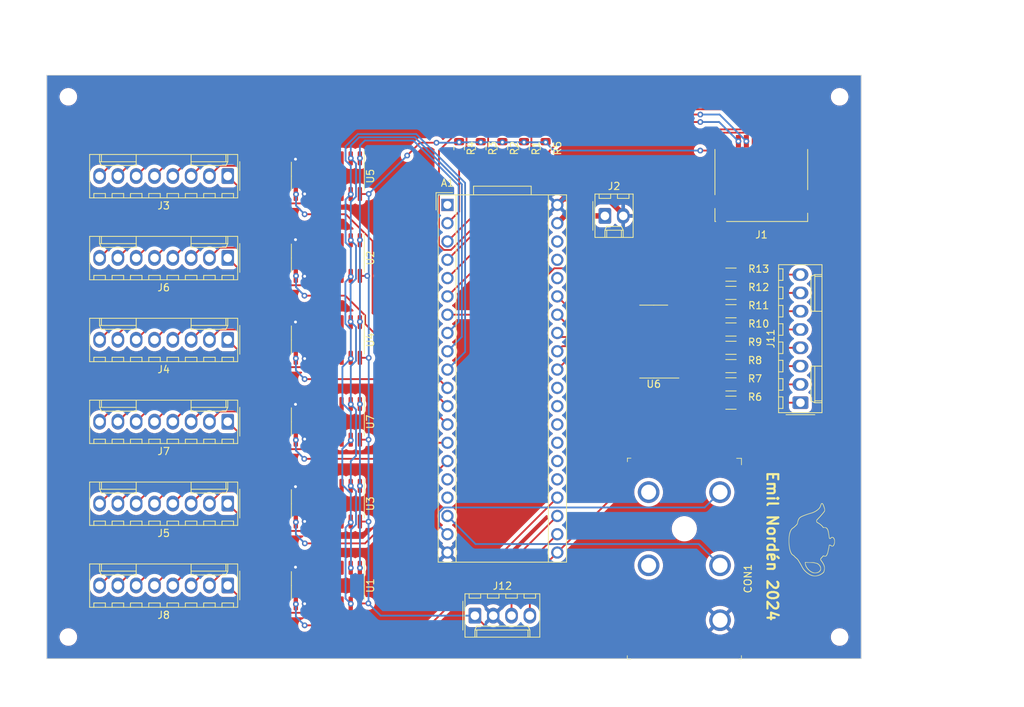
<source format=kicad_pcb>
(kicad_pcb (version 20221018) (generator pcbnew)
  (title_block (title "Daisy Seed Drums") (date "2024-01-03") (rev "v02") (comment 2 "creativecommons.org/licenses/by/4.0/") (comment 3 "License: CC BY 4.0") (comment 4 "Author: Emil Nordén"))
  (layers (0 "F.Cu" signal) (31 "B.Cu" signal) (34 "B.Paste" user) (35 "F.Paste" user) (36 "B.SilkS" user "B.Silkscreen") (37 "F.SilkS" user "F.Silkscreen") (38 "B.Mask" user) (39 "F.Mask" user) (44 "Edge.Cuts" user))
  (net 0 "")
  (net 2 "Net-(A1-SD_DATA_3)")
  (net 3 "Net-(A1-SD_DATA_2)")
  (net 4 "Net-(A1-SD_DATA_1)")
  (net 5 "Net-(A1-SD_DATA_0)")
  (net 6 "Net-(A1-SD_CMD)")
  (net 7 "Net-(A1-SD_CLK)")
  (net 8 "Net-(A1-SPI1_CS)")
  (net 9 "Net-(A1-SPI1_SCK)")
  (net 10 "Net-(A1-SPI1_POCI)")
  (net 11 "Net-(A1-SPI1_PICO)")
  (net 12 "Net-(A1-I2C1_SCL)")
  (net 13 "Net-(A1-I2C1_SDA)")
  (net 14 "Net-(A1-USART1_RX)")
  (net 17 "Net-(A1-AUDIO_OUT_1)")
  (net 18 "Net-(A1-AUDIO_OUT_2)")
  (net 19 "GND")
  (net 20 "VCC")
  (net 21 "Net-(A1-ADC_0)")
  (net 22 "Net-(A1-ADC_1)")
  (net 23 "Net-(A1-ADC_2)")
  (net 30 "Net-(A1-SAI2_MCLK)")
  (net 31 "Net-(A1-SAI2_SD_B)")
  (net 32 "Net-(A1-SAI2_SD_A)")
  (net 33 "Net-(A1-SAI2_FS)")
  (net 34 "Net-(A1-SAI2_SCK)")
  (net 38 "Net-(A1-VIN)")
  (net 41 "Net-(J3-Pin_1)")
  (net 42 "Net-(J3-Pin_2)")
  (net 43 "Net-(J3-Pin_3)")
  (net 44 "Net-(J3-Pin_4)")
  (net 45 "Net-(J3-Pin_5)")
  (net 46 "Net-(J3-Pin_6)")
  (net 47 "Net-(J3-Pin_7)")
  (net 48 "Net-(J3-Pin_8)")
  (net 49 "Net-(J4-Pin_1)")
  (net 50 "Net-(J4-Pin_2)")
  (net 51 "Net-(J4-Pin_3)")
  (net 52 "Net-(J4-Pin_4)")
  (net 53 "Net-(J4-Pin_5)")
  (net 54 "Net-(J4-Pin_6)")
  (net 55 "Net-(J4-Pin_7)")
  (net 56 "Net-(J4-Pin_8)")
  (net 57 "Net-(J5-Pin_1)")
  (net 58 "Net-(J5-Pin_2)")
  (net 59 "Net-(J5-Pin_3)")
  (net 60 "Net-(J5-Pin_4)")
  (net 61 "Net-(J5-Pin_5)")
  (net 62 "Net-(J5-Pin_6)")
  (net 63 "Net-(J5-Pin_7)")
  (net 64 "Net-(J5-Pin_8)")
  (net 65 "Net-(J6-Pin_1)")
  (net 66 "Net-(J6-Pin_2)")
  (net 67 "Net-(J6-Pin_3)")
  (net 68 "Net-(J6-Pin_4)")
  (net 69 "Net-(J6-Pin_5)")
  (net 70 "Net-(J6-Pin_6)")
  (net 71 "Net-(J6-Pin_7)")
  (net 72 "Net-(J6-Pin_8)")
  (net 73 "Net-(J7-Pin_1)")
  (net 74 "Net-(J7-Pin_2)")
  (net 75 "Net-(J7-Pin_3)")
  (net 76 "Net-(J7-Pin_4)")
  (net 77 "Net-(J7-Pin_5)")
  (net 78 "Net-(J7-Pin_6)")
  (net 79 "Net-(J7-Pin_7)")
  (net 80 "Net-(J7-Pin_8)")
  (net 81 "Net-(J8-Pin_1)")
  (net 82 "Net-(J8-Pin_2)")
  (net 83 "Net-(J8-Pin_3)")
  (net 84 "Net-(J8-Pin_4)")
  (net 85 "Net-(J8-Pin_5)")
  (net 86 "Net-(J8-Pin_6)")
  (net 87 "Net-(J8-Pin_7)")
  (net 88 "Net-(J8-Pin_8)")
  (net 89 "Net-(J11-Pin_1)")
  (net 90 "Net-(J11-Pin_2)")
  (net 91 "Net-(J11-Pin_3)")
  (net 92 "Net-(J11-Pin_4)")
  (net 93 "Net-(J11-Pin_5)")
  (net 94 "Net-(J11-Pin_6)")
  (net 95 "Net-(J11-Pin_7)")
  (net 96 "Net-(J11-Pin_8)")
  (net 97 "Net-(U6-QA)")
  (net 98 "Net-(U6-QB)")
  (net 99 "Net-(U6-QC)")
  (net 100 "Net-(U6-QD)")
  (net 101 "Net-(U6-QE)")
  (net 102 "Net-(U6-QF)")
  (net 103 "Net-(U6-QG)")
  (net 104 "Net-(U6-QH)")
  (net 112 "Net-(A1-USART1_TX)")
  (footprint "Resistor_SMD:R_0805_2012Metric" (layer "F.Cu") (at 191.214 56.134 -90)
    (fp_text reference "R1")
    (fp_text value "47k")
  )
  (footprint "Resistor_SMD:R_1206_3216Metric" (layer "F.Cu") (at 219.9264 78.7654 180)
    (fp_text reference "R11")
    (fp_text value "1k")
  )
  (footprint "Resistor_SMD:R_1206_3216Metric" (layer "F.Cu") (at 219.9264 88.9254 180)
    (fp_text reference "R7")
    (fp_text value "1k")
  )
  (footprint "Package_SO:SOP-16_3.9x9.9mm_P1.27mm" (layer "F.Cu") (at 209.2086 82.9818 180)
    (fp_text reference "U6")
    (fp_text value "SN74HC595N")
  )
  (footprint "Module:Electrosmith_Daisy_Seed" (layer "F.Cu") (at 180.594 64.008)
    (fp_text reference "A1")
    (fp_text value "Electrosmith_Daisy_Seed_Rev4")
  )
  (footprint "Package_SO:SOIC-16_3.9x9.9mm_P1.27mm" (layer "F.Cu") (at 164 60.02 -90)
    (fp_text reference "U5")
    (fp_text value "74HC165")
  )
  (footprint "MountingHole:MountingHole_2.2mm_M2" (layer "F.Cu") (at 235 124)
    (fp_text reference "REF**" hide)
    (fp_text value "MountingHole_2.2mm_M2")
  )
  (footprint "Connector_Molex:Molex_KK-254_AE-6410-02A_1x02_P2.54mm_Vertical" (layer "F.Cu") (at 202.438 65.532)
    (fp_text reference "J2")
    (fp_text value "Conn_01x02")
  )
  (footprint "Resistor_SMD:R_1206_3216Metric" (layer "F.Cu") (at 219.9264 81.3054 180)
    (fp_text reference "R10")
    (fp_text value "1k")
  )
  (footprint "Connector_Molex:Molex_KK-254_AE-6410-04A_1x04_P2.54mm_Vertical" (layer "F.Cu") (at 184.404 121.031)
    (fp_text reference "J12")
    (fp_text value "Conn_01x04")
  )
  (footprint "Resistor_SMD:R_0805_2012Metric" (layer "F.Cu") (at 185.214 56.134 -90)
    (fp_text reference "R3")
    (fp_text value "47k")
  )
  (footprint "Connector_Molex:Molex_KK-254_AE-6410-08A_1x08_P2.54mm_Vertical" (layer "F.Cu") (at 229.5652 91.4654 90)
    (fp_text reference "J11")
    (fp_text value "Conn_01x08")
  )
  (footprint "digikey-footprints:Headphone_Jack_6.35mm_RA49B14B" (layer "F.Cu") (at 213.457 108.966 -90)
    (fp_text reference "CON1")
    (fp_text value "RA49B14B")
  )
  (footprint "Connector_Molex:Molex_KK-254_AE-6410-08A_1x08_P2.54mm_Vertical" (layer "F.Cu") (at 150.114 94.104 180)
    (fp_text reference "J7")
    (fp_text value "Conn_01x08")
  )
  (footprint "Package_SO:SOIC-16_3.9x9.9mm_P1.27mm" (layer "F.Cu") (at 164 71.388 -90)
    (fp_text reference "U2")
    (fp_text value "74HC165")
  )
  (footprint "MountingHole:MountingHole_2.2mm_M2" (layer "F.Cu") (at 128 49)
    (fp_text reference "REF**" hide)
    (fp_text value "MountingHole_2.2mm_M2")
  )
  (footprint "Resistor_SMD:R_0805_2012Metric" (layer "F.Cu") (at 188.214 56.134 -90)
    (fp_text reference "R2")
    (fp_text value "47k")
  )
  (footprint "Resistor_SMD:R_1206_3216Metric" (layer "F.Cu") (at 219.9264 91.4654 180)
    (fp_text reference "R6")
    (fp_text value "1k")
  )
  (footprint "Resistor_SMD:R_0805_2012Metric" (layer "F.Cu") (at 194.214 56.134 -90)
    (fp_text reference "R5")
    (fp_text value "47k")
  )
  (footprint "MountingHole:MountingHole_2.2mm_M2" (layer "F.Cu") (at 128 124)
    (fp_text reference "REF**" hide)
    (fp_text value "MountingHole_2.2mm_M2")
  )
  (footprint "MountingHole:MountingHole_2.2mm_M2" (layer "F.Cu") (at 235 49)
    (fp_text reference "REF**" hide)
    (fp_text value "MountingHole_2.2mm_M2")
  )
  (footprint "Connector_Card:microSD_HC_Hirose_DM3D-SF" (layer "F.Cu") (at 224.1356 60.5258 180)
    (fp_text reference "J1")
    (fp_text value "Micro_SD_Card")
  )
  (footprint "Resistor_SMD:R_1206_3216Metric" (layer "F.Cu") (at 219.9264 86.3854 180)
    (fp_text reference "R8")
    (fp_text value "1k")
  )
  (footprint "Package_SO:SOIC-16_3.9x9.9mm_P1.27mm" (layer "F.Cu") (at 164 116.86 -90)
    (fp_text reference "U1")
    (fp_text value "74HC165")
  )
  (footprint "Connector_Molex:Molex_KK-254_AE-6410-08A_1x08_P2.54mm_Vertical" (layer "F.Cu") (at 150.114 82.736 180)
    (fp_text reference "J4")
    (fp_text value "Conn_01x08")
  )
  (footprint "Package_SO:SOIC-16_3.9x9.9mm_P1.27mm" (layer "F.Cu") (at 164 94.124 -90)
    (fp_text reference "U7")
    (fp_text value "74HC165")
  )
  (footprint "Resistor_SMD:R_1206_3216Metric" (layer "F.Cu") (at 219.9264 76.2254 180)
    (fp_text reference "R12")
    (fp_text value "1k")
  )
  (footprint "Connector_Molex:Molex_KK-254_AE-6410-08A_1x08_P2.54mm_Vertical" (layer "F.Cu") (at 150.114 105.472 180)
    (fp_text reference "J5")
    (fp_text value "Conn_01x08")
  )
  (footprint "Connector_Molex:Molex_KK-254_AE-6410-08A_1x08_P2.54mm_Vertical" (layer "F.Cu") (at 150.114 116.84 180)
    (fp_text reference "J8")
    (fp_text value "Conn_01x08")
  )
  (footprint "daisy-drums:teapot-small-silkscreen" (layer "F.Cu") (at 231.14 110.49 -90)
    (fp_text reference "G***" hide)
    (fp_text value "LOGO" hide)
  )
  (footprint "Connector_Molex:Molex_KK-254_AE-6410-08A_1x08_P2.54mm_Vertical" (layer "F.Cu") (at 150.114 71.368 180)
    (fp_text reference "J6")
    (fp_text value "Conn_01x08")
  )
  (footprint "Resistor_SMD:R_1206_3216Metric" (layer "F.Cu") (at 219.9264 83.8454 180)
    (fp_text reference "R9")
    (fp_text value "1k")
  )
  (footprint "Resistor_SMD:R_0805_2012Metric" (layer "F.Cu") (at 182.214 56.134 -90)
    (fp_text reference "R4")
    (fp_text value "47k")
  )
  (footprint "Resistor_SMD:R_1206_3216Metric" (layer "F.Cu") (at 219.9264 73.6854 180)
    (fp_text reference "R13")
    (fp_text value "1k")
  )
  (footprint "Package_SO:SOIC-16_3.9x9.9mm_P1.27mm" (layer "F.Cu") (at 164 105.492 -90)
    (fp_text reference "U3")
    (fp_text value "74HC165")
  )
  (footprint "Connector_Molex:Molex_KK-254_AE-6410-08A_1x08_P2.54mm_Vertical" (layer "F.Cu") (at 150.114 60 180)
    (fp_text reference "J3")
    (fp_text value "Conn_01x08")
  )
  (footprint "Package_SO:SOIC-16_3.9x9.9mm_P1.27mm" (layer "F.Cu") (at 164 82.756 -90)
    (fp_text reference "U4")
    (fp_text value "74HC165")
  )
  (gr_line (start 125 127) (end 238 127) (stroke (width 0.1)) (layer "Edge.Cuts"))
  (gr_line (start 238 127) (end 238 46) (stroke (width 0.1)) (layer "Edge.Cuts"))
  (gr_line (start 238 46) (end 125 46) (stroke (width 0.1)) (layer "Edge.Cuts"))
  (gr_line (start 125 127) (end 125 46) (stroke (width 0.1)) (layer "Edge.Cuts"))
  (gr_text "Emil Nordén 2024" (at 224.79 100.838 -90) (layer "F.SilkS") (effects (font (size 1.5 1.5) (thickness 0.3) bold) (justify left bottom)))
  (segment (start 180.594 66.548) (end 182.214 64.928) (width 0.25) (layer "F.Cu") (net 2))
  (segment (start 183.239 54.7139) (end 183.2356 54.7105) (width 0.25) (layer "F.Cu") (net 2))
  (segment (start 182.214 64.928) (end 182.214 57.0465) (width 0.25) (layer "F.Cu") (net 2))
  (segment (start 182.214 57.0465) (end 183.239 56.0215) (width 0.25) (layer "F.Cu") (net 2))
  (segment (start 183.239 56.0215) (end 183.239 54.7139) (width 0.25) (layer "F.Cu") (net 2))
  (segment (start 183.2356 54.7105) (end 183.2356 54.4322) (width 0.25) (layer "F.Cu") (net 2))
  (segment (start 186.2074 51.4604) (end 215.6968 51.4604) (width 0.25) (layer "F.Cu") (net 2))
  (segment (start 183.2356 54.4322) (end 186.2074 51.4604) (width 0.25) (layer "F.Cu") (net 2))
  (via (at 215.6714 51.4604) (size 0.8) (drill 0.4) (layers "F.Cu" "B.Cu") (net 2))
  (via (at 222.0606 55.1758) (size 0.8) (drill 0.4) (layers "F.Cu" "B.Cu") (net 2))
  (segment (start 215.6968 51.4604) (end 218.3452 51.4604) (width 0.25) (layer "B.Cu") (net 2))
  (segment (start 218.3452 51.4604) (end 222.0606 55.1758) (width 0.25) (layer "B.Cu") (net 2))
  (segment (start 186.239 54.5022) (end 188.2399 52.5013) (width 0.25) (layer "F.Cu") (net 3))
  (segment (start 186.239 56.0215) (end 186.239 54.5022) (width 0.25) (layer "F.Cu") (net 3))
  (segment (start 185.214 56.7541) (end 185.214 57.0465) (width 0.25) (layer "F.Cu") (net 3))
  (segment (start 185.214 64.468) (end 185.214 57.0465) (width 0.25) (layer "F.Cu") (net 3))
  (segment (start 215.6714 52.5013) (end 188.2399 52.5013) (width 0.25) (layer "F.Cu") (net 3))
  (segment (start 185.214 57.0465) (end 186.239 56.0215) (width 0.25) (layer "F.Cu") (net 3))
  (segment (start 180.594 69.088) (end 185.214 64.468) (width 0.25) (layer "F.Cu") (net 3))
  (via (at 220.9606 55.1758) (size 0.8) (drill 0.4) (layers "F.Cu" "B.Cu") (net 3))
  (via (at 215.6714 52.5013) (size 0.8) (drill 0.4) (layers "F.Cu" "B.Cu") (net 3))
  (segment (start 215.6714 52.5013) (end 218.2861 52.5013) (width 0.25) (layer "B.Cu") (net 3))
  (segment (start 218.2861 52.5013) (end 220.9606 55.1758) (width 0.25) (layer "B.Cu") (net 3))
  (segment (start 181.080701 70.263) (end 180.107299 70.263) (width 0.25) (layer "F.Cu") (net 4))
  (segment (start 179.419 56.4839) (end 185.1675 50.7354) (width 0.25) (layer "F.Cu") (net 4))
  (segment (start 225.843 50.7354) (end 228.6606 53.553) (width 0.25) (layer "F.Cu") (net 4))
  (segment (start 180.594 71.628) (end 188.214 64.008) (width 0.25) (layer "F.Cu") (net 4))
  (segment (start 179.419 69.574701) (end 179.419 56.4839) (width 0.25) (layer "F.Cu") (net 4))
  (segment (start 188.214 64.008) (end 188.214 57.0465) (width 0.25) (layer "F.Cu") (net 4))
  (segment (start 228.6606 53.553) (end 228.6606 55.1758) (width 0.25) (layer "F.Cu") (net 4))
  (segment (start 185.1675 50.7354) (end 225.843 50.7354) (width 0.25) (layer "F.Cu") (net 4))
  (segment (start 180.107299 70.263) (end 179.419 69.574701) (width 0.25) (layer "F.Cu") (net 4))
  (segment (start 188.214 57.0465) (end 188.214 63.129701) (width 0.25) (layer "F.Cu") (net 4))
  (segment (start 188.214 63.129701) (end 181.080701 70.263) (width 0.25) (layer "F.Cu") (net 4))
  (segment (start 191.214 57.0465) (end 192.239 56.0215) (width 0.25) (layer "F.Cu") (net 5))
  (segment (start 192.239 56.0215) (end 192.239 54.5728) (width 0.25) (layer "F.Cu") (net 5))
  (segment (start 191.214 63.548) (end 191.214 57.0465) (width 0.25) (layer "F.Cu") (net 5))
  (segment (start 226.5848 53.525) (end 227.5606 54.5008) (width 0.25) (layer "F.Cu") (net 5))
  (segment (start 192.239 54.5728) (end 193.2868 53.525) (width 0.25) (layer "F.Cu") (net 5))
  (segment (start 191.214 57.0465) (end 191.214 56.75961) (width 0.25) (layer "F.Cu") (net 5))
  (segment (start 193.2868 53.525) (end 226.5848 53.525) (width 0.25) (layer "F.Cu") (net 5))
  (segment (start 180.594 74.168) (end 191.214 63.548) (width 0.25) (layer "F.Cu") (net 5))
  (segment (start 227.5606 54.5008) (end 227.5606 55.1758) (width 0.25) (layer "F.Cu") (net 5))
  (segment (start 180.594 76.708) (end 194.214 63.088) (width 0.25) (layer "F.Cu") (net 6))
  (segment (start 222.7348 53.975) (end 223.1606 54.4008) (width 0.25) (layer "F.Cu") (net 6))
  (segment (start 194.214 57.0465) (end 197.2855 53.975) (width 0.25) (layer "F.Cu") (net 6))
  (segment (start 194.214 63.088) (end 194.214 57.0465) (width 0.25) (layer "F.Cu") (net 6))
  (segment (start 197.2855 53.975) (end 222.7348 53.975) (width 0.25) (layer "F.Cu") (net 6))
  (segment (start 223.1606 54.4008) (end 223.1606 55.1758) (width 0.25) (layer "F.Cu") (net 6))
  (segment (start 224.74 56.9214) (end 225.3606 56.3008) (width 0.25) (layer "F.Cu") (net 7))
  (segment (start 188.976 79.248) (end 195.421 72.803) (width 0.25) (layer "F.Cu") (net 7))
  (segment (start 180.594 79.248) (end 188.976 79.248) (width 0.25) (layer "F.Cu") (net 7))
  (segment (start 225.3606 56.3008) (end 225.3606 55.1758) (width 0.25) (layer "F.Cu") (net 7))
  (segment (start 206.2922 72.803) (end 222.1738 56.9214) (width 0.25) (layer "F.Cu") (net 7))
  (segment (start 222.1738 56.9214) (end 224.74 56.9214) (width 0.25) (layer "F.Cu") (net 7))
  (segment (start 195.421 72.803) (end 206.2922 72.803) (width 0.25) (layer "F.Cu") (net 7))
  (via (at 168.4528 91.6686) (size 0.8) (drill 0.4) (layers "F.Cu" "B.Cu") (net 8))
  (via (at 168.4528 103.0224) (size 0.8) (drill 0.4) (layers "F.Cu" "B.Cu") (net 8))
  (via (at 168.4528 57.531) (size 0.8) (drill 0.4) (layers "F.Cu" "B.Cu") (net 8))
  (via (at 168.4528 114.4016) (size 0.8) (drill 0.4) (layers "F.Cu" "B.Cu") (net 8))
  (via (at 168.4528 80.2132) (size 0.8) (drill 0.4) (layers "F.Cu" "B.Cu") (net 8))
  (via (at 168.4528 68.8848) (size 0.8) (drill 0.4) (layers "F.Cu" "B.Cu") (net 8))
  (segment (start 168.4528 68.8848) (end 168.4528 57.531) (width 0.25) (layer "B.Cu") (net 8))
  (segment (start 168.4528 103.0224) (end 168.4528 91.6686) (width 0.25) (layer "B.Cu") (net 8))
  (segment (start 182.1434 80.2386) (end 182.1434 61.341) (width 0.25) (layer "B.Cu") (net 8))
  (segment (start 168.4528 55.753) (end 168.4528 57.531) (width 0.25) (layer "B.Cu") (net 8))
  (segment (start 175.8696 55.0672) (end 169.1386 55.0672) (width 0.25) (layer "B.Cu") (net 8))
  (segment (start 180.594 81.788) (end 182.1434 80.2386) (width 0.25) (layer "B.Cu") (net 8))
  (segment (start 169.1386 55.0672) (end 168.4528 55.753) (width 0.25) (layer "B.Cu") (net 8))
  (segment (start 182.1434 61.341) (end 175.8696 55.0672) (width 0.25) (layer "B.Cu") (net 8))
  (segment (start 168.4528 114.4016) (end 168.4528 103.0224) (width 0.25) (layer "B.Cu") (net 8))
  (segment (start 168.4528 91.6686) (end 168.4528 80.2132) (width 0.25) (layer "B.Cu") (net 8))
  (segment (start 168.4528 80.2132) (end 168.4528 68.8848) (width 0.25) (layer "B.Cu") (net 8))
  (via (at 167.1828 57.531) (size 0.8) (drill 0.4) (layers "F.Cu" "B.Cu") (net 9))
  (via (at 167.1828 68.9102) (size 0.8) (drill 0.4) (layers "F.Cu" "B.Cu") (net 9))
  (via (at 167.1828 103.0224) (size 0.8) (drill 0.4) (layers "F.Cu" "B.Cu") (net 9))
  (via (at 167.1828 114.4016) (size 0.8) (drill 0.4) (layers "F.Cu" "B.Cu") (net 9))
  (via (at 167.1574 80.2132) (size 0.8) (drill 0.4) (layers "F.Cu" "B.Cu") (net 9))
  (via (at 167.1828 91.694) (size 0.8) (drill 0.4) (layers "F.Cu" "B.Cu") (net 9))
  (segment (start 167.1828 68.9102) (end 167.1828 63.5762) (width 0.25) (layer "B.Cu") (net 9))
  (segment (start 167.1828 86.3854) (end 167.9078 85.6604) (width 0.25) (layer "B.Cu") (net 9))
  (segment (start 167.1574 68.9356) (end 167.1828 68.9102) (width 0.25) (layer "B.Cu") (net 9))
  (segment (start 167.1828 91.694) (end 167.1828 86.3854) (width 0.25) (layer "B.Cu") (net 9))
  (segment (start 167.9078 98.843) (end 167.9078 92.419) (width 0.25) (layer "B.Cu") (net 9))
  (segment (start 167.4738 74.6898) (end 167.483105 74.6898) (width 0.25) (layer "B.Cu") (net 9))
  (segment (start 167.1828 55.7784) (end 168.344 54.6172) (width 0.25) (layer "B.Cu") (net 9))
  (segment (start 167.9078 85.6604) (end 167.9078 80.9636) (width 0.25) (layer "B.Cu") (net 9))
  (segment (start 167.9078 108.377305) (end 167.9078 103.7474) (width 0.25) (layer "B.Cu") (net 9))
  (segment (start 167.1828 91.694) (end 167.132 91.6432) (width 0.25) (layer "B.Cu") (net 9))
  (segment (start 167.1828 63.5762) (end 167.9078 62.8512) (width 0.25) (layer "B.Cu") (net 9))
  (segment (start 167.1574 80.2132) (end 167.1574 75.0062) (width 0.25) (layer "B.Cu") (net 9))
  (segment (start 176.055996 54.6172) (end 182.5934 61.154604) (width 0.25) (layer "B.Cu") (net 9))
  (segment (start 167.1574 75.0062) (end 167.4738 74.6898) (width 0.25) (layer "B.Cu") (net 9))
  (segment (start 167.9078 69.6352) (end 167.1828 68.9102) (width 0.25) (layer "B.Cu") (net 9))
  (segment (start 168.344 54.6172) (end 176.055996 54.6172) (width 0.25) (layer "B.Cu") (net 9))
  (segment (start 167.9078 92.419) (end 167.1828 91.694) (width 0.25) (layer "B.Cu") (net 9))
  (segment (start 167.2082 109.076905) (end 167.9078 108.377305) (width 0.25) (layer "B.Cu") (net 9))
  (segment (start 167.9078 62.8512) (end 167.9078 58.256) (width 0.25) (layer "B.Cu") (net 9))
  (segment (start 167.1828 114.4016) (end 167.2082 114.3762) (width 0.25) (layer "B.Cu") (net 9))
  (segment (start 167.9078 103.7474) (end 167.1828 103.0224) (width 0.25) (layer "B.Cu") (net 9))
  (segment (start 167.1828 57.531) (end 167.1828 55.7784) (width 0.25) (layer "B.Cu") (net 9))
  (segment (start 167.9078 58.256) (end 167.1828 57.531) (width 0.25) (layer "B.Cu") (net 9))
  (segment (start 167.2082 114.3762) (end 167.2082 109.076905) (width 0.25) (layer "B.Cu") (net 9))
  (segment (start 167.1828 103.0224) (end 167.1828 99.568) (width 0.25) (layer "B.Cu") (net 9))
  (segment (start 167.9078 80.9636) (end 167.1574 80.2132) (width 0.25) (layer "B.Cu") (net 9))
  (segment (start 182.5934 61.154604) (end 182.5934 82.3286) (width 0.25) (layer "B.Cu") (net 9))
  (segment (start 167.9078 74.265105) (end 167.9078 69.6352) (width 0.25) (layer "B.Cu") (net 9))
  (segment (start 167.1828 99.568) (end 167.9078 98.843) (width 0.25) (layer "B.Cu") (net 9))
  (segment (start 182.5934 82.3286) (end 180.594 84.328) (width 0.25) (layer "B.Cu") (net 9))
  (segment (start 167.483105 74.6898) (end 167.9078 74.265105) (width 0.25) (layer "B.Cu") (net 9))
  (via (at 167.1828 73.9648) (size 0.8) (drill 0.4) (layers "F.Cu" "B.Cu") (net 10))
  (via (at 167.1828 85.344) (size 0.8) (drill 0.4) (layers "F.Cu" "B.Cu") (net 10))
  (via (at 167.1828 108.077) (size 0.8) (drill 0.4) (layers "F.Cu" "B.Cu") (net 10))
  (via (at 167.1828 119.38) (size 0.8) (drill 0.4) (layers "F.Cu" "B.Cu") (net 10))
  (via (at 167.1828 96.6978) (size 0.8) (drill 0.4) (layers "F.Cu" "B.Cu") (net 10))
  (via (at 167.1828 62.5348) (size 0.8) (drill 0.4) (layers "F.Cu" "B.Cu") (net 10))
  (segment (start 167.1828 73.9648) (end 167.1828 69.9516) (width 0.25) (layer "B.Cu") (net 10))
  (segment (start 166.4324 74.7152) (end 167.1828 73.9648) (width 0.25) (layer "B.Cu") (net 10))
  (segment (start 166.8664 80.9382) (end 166.857095 80.9382) (width 0.25) (layer "B.Cu") (net 10))
  (segment (start 166.4578 69.2266) (end 166.4578 63.2598) (width 0.25) (layer "B.Cu") (net 10))
  (segment (start 166.0078 97.8728) (end 167.1828 96.6978) (width 0.25) (layer "B.Cu") (net 10))
  (segment (start 183.0434 84.4186) (end 180.594 86.868) (width 0.25) (layer "B.Cu") (net 10))
  (segment (start 166.0078 102.872705) (end 166.0078 97.8728) (width 0.25) (layer "B.Cu") (net 10))
  (segment (start 167.1828 104.0384) (end 166.8918 103.7474) (width 0.25) (layer "B.Cu") (net 10))
  (segment (start 166.4578 55.867004) (end 168.157604 54.1672) (width 0.25) (layer "B.Cu") (net 10))
  (segment (start 167.1828 108.077) (end 167.1828 104.0384) (width 0.25) (layer "B.Cu") (net 10))
  (segment (start 166.8918 103.7474) (end 166.882495 103.7474) (width 0.25) (layer "B.Cu") (net 10))
  (segment (start 166.0216 86.5052) (end 167.1828 85.344) (width 0.25) (layer "B.Cu") (net 10))
  (segment (start 167.1828 69.9516) (end 166.4578 69.2266) (width 0.25) (layer "B.Cu") (net 10))
  (segment (start 183.0434 60.9456) (end 183.0434 84.4186) (width 0.25) (layer "B.Cu") (net 10))
  (segment (start 167.1828 96.6978) (end 167.1828 92.719305) (width 0.25) (layer "B.Cu") (net 10))
  (segment (start 166.0216 91.558105) (end 166.0216 86.5052) (width 0.25) (layer "B.Cu") (net 10))
  (segment (start 167.1828 85.344) (end 167.1828 81.2546) (width 0.25) (layer "B.Cu") (net 10))
  (segment (start 166.4324 80.513505) (end 166.4324 74.7152) (width 0.25) (layer "B.Cu") (net 10))
  (segment (start 166.4578 118.655) (end 166.4578 108.802) (width 0.25) (layer "B.Cu") (net 10))
  (segment (start 167.1828 81.2546) (end 166.8664 80.9382) (width 0.25) (layer "B.Cu") (net 10))
  (segment (start 167.1828 62.5348) (end 167.1828 58.5724) (width 0.25) (layer "B.Cu") (net 10))
  (segment (start 167.1828 92.719305) (end 166.0216 91.558105) (width 0.25) (layer "B.Cu") (net 10))
  (segment (start 166.857095 80.9382) (end 166.4324 80.513505) (width 0.25) (layer "B.Cu") (net 10))
  (segment (start 166.4578 108.802) (end 167.1828 108.077) (width 0.25) (layer "B.Cu") (net 10))
  (segment (start 176.265 54.1672) (end 183.0434 60.9456) (width 0.25) (layer "B.Cu") (net 10))
  (segment (start 166.882495 103.7474) (end 166.0078 102.872705) (width 0.25) (layer "B.Cu") (net 10))
  (segment (start 166.4578 63.2598) (end 167.1828 62.5348) (width 0.25) (layer "B.Cu") (net 10))
  (segment (start 167.1828 58.5724) (end 166.4578 57.8474) (width 0.25) (layer "B.Cu") (net 10))
  (segment (start 167.1828 119.38) (end 166.4578 118.655) (width 0.25) (layer "B.Cu") (net 10))
  (segment (start 166.4578 57.8474) (end 166.4578 55.867004) (width 0.25) (layer "B.Cu") (net 10))
  (segment (start 168.157604 54.1672) (end 176.265 54.1672) (width 0.25) (layer "B.Cu") (net 10))
  (segment (start 170.2054 79.0194) (end 180.594 89.408) (width 0.25) (layer "F.Cu") (net 11))
  (segment (start 166.486308 65.3034) (end 170.2054 69.022492) (width 0.25) (layer "F.Cu") (net 11))
  (segment (start 170.2054 69.022492) (end 170.2054 79.0194) (width 0.25) (layer "F.Cu") (net 11))
  (segment (start 160.782 65.3034) (end 166.486308 65.3034) (width 0.25) (layer "F.Cu") (net 11))
  (via (at 159.5882 62.5348) (size 0.8) (drill 0.4) (layers "F.Cu" "B.Cu") (net 11))
  (via (at 160.782 65.3034) (size 0.8) (drill 0.4) (layers "F.Cu" "B.Cu") (net 11))
  (segment (start 159.5882 62.5348) (end 159.5882 64.1096) (width 0.25) (layer "B.Cu") (net 11))
  (segment (start 159.5882 64.1096) (end 160.782 65.3034) (width 0.25) (layer "B.Cu") (net 11))
  (segment (start 160.7566 76.6064) (end 166.421308 76.6064) (width 0.25) (layer "F.Cu") (net 12))
  (segment (start 169.1778 79.362892) (end 169.1778 80.5318) (width 0.25) (layer "F.Cu") (net 12))
  (segment (start 169.1778 80.5318) (end 180.594 91.948) (width 0.25) (layer "F.Cu") (net 12))
  (segment (start 166.421308 76.6064) (end 169.1778 79.362892) (width 0.25) (layer "F.Cu") (net 12))
  (via (at 160.7566 76.6064) (size 0.8) (drill 0.4) (layers "F.Cu" "B.Cu") (net 12))
  (via (at 159.5882 73.8632) (size 0.8) (drill 0.4) (layers "F.Cu" "B.Cu") (net 12))
  (segment (start 159.5882 73.8632) (end 159.5882 75.438) (width 0.25) (layer "B.Cu") (net 12))
  (segment (start 159.5882 75.438) (end 160.7566 76.6064) (width 0.25) (layer "B.Cu") (net 12))
  (segment (start 174.2948 88.1888) (end 180.594 94.488) (width 0.25) (layer "F.Cu") (net 13))
  (segment (start 160.782 88.1888) (end 174.2948 88.1888) (width 0.25) (layer "F.Cu") (net 13))
  (via (at 159.5628 85.3186) (size 0.8) (drill 0.4) (layers "F.Cu" "B.Cu") (net 13))
  (via (at 160.782 88.1888) (size 0.8) (drill 0.4) (layers "F.Cu" "B.Cu") (net 13))
  (segment (start 159.5628 86.9696) (end 160.782 88.1888) (width 0.25) (layer "B.Cu") (net 13))
  (segment (start 159.5628 85.3186) (end 159.5628 86.9696) (width 0.25) (layer "B.Cu") (net 13))
  (segment (start 169.164 110.998) (end 180.594 99.568) (width 0.25) (layer "F.Cu") (net 14))
  (segment (start 160.8074 110.998) (end 169.164 110.998) (width 0.25) (layer "F.Cu") (net 14))
  (via (at 159.5628 108.0516) (size 0.8) (drill 0.4) (layers "F.Cu" "B.Cu") (net 14))
  (via (at 160.8074 110.998) (size 0.8) (drill 0.4) (layers "F.Cu" "B.Cu") (net 14))
  (segment (start 159.5628 108.0516) (end 159.5628 109.7534) (width 0.25) (layer "B.Cu") (net 14))
  (segment (start 159.5628 109.7534) (end 160.8074 110.998) (width 0.25) (layer "B.Cu") (net 14))
  (segment (start 184.499 111.093) (end 180.594 107.188) (width 0.25) (layer "B.Cu") (net 17))
  (segment (start 215.459 111.093) (end 184.499 111.093) (width 0.25) (layer "B.Cu") (net 17))
  (segment (start 218.412 114.046) (end 215.459 111.093) (width 0.25) (layer "B.Cu") (net 17))
  (segment (start 179.419 108.553) (end 180.594 109.728) (width 0.25) (layer "B.Cu") (net 18))
  (segment (start 218.412 103.886) (end 216.285 106.013) (width 0.25) (layer "B.Cu") (net 18))
  (segment (start 180.107299 106.013) (end 179.419 106.701299) (width 0.25) (layer "B.Cu") (net 18))
  (segment (start 179.419 106.701299) (end 179.419 108.553) (width 0.25) (layer "B.Cu") (net 18))
  (segment (start 216.285 106.013) (end 180.107299 106.013) (width 0.25) (layer "B.Cu") (net 18))
  (segment (start 196.684 63.158) (end 195.834 64.008) (width 0.762) (layer "F.Cu") (net 19))
  (segment (start 204.978 65.532) (end 204.978 65.307) (width 0.762) (layer "F.Cu") (net 19))
  (segment (start 202.829 63.158) (end 196.684 63.158) (width 0.762) (layer "F.Cu") (net 19))
  (segment (start 204.978 65.307) (end 202.829 63.158) (width 0.762) (layer "F.Cu") (net 19))
  (via (at 159.512 57.658) (size 0.8) (drill 0.4) (layers "F.Cu" "B.Cu") (net 19))
  (via (at 159.512 91.694) (size 0.8) (drill 0.4) (layers "F.Cu" "B.Cu") (net 19))
  (via (at 159.512 68.834) (size 0.8) (drill 0.4) (layers "F.Cu" "B.Cu") (net 19))
  (via (at 160.782 62.484) (size 0.8) (drill 0.4) (layers "F.Cu" "B.Cu") (net 19))
  (via (at 160.782 119.38) (size 0.8) (drill 0.4) (layers "F.Cu" "B.Cu") (net 19))
  (via (at 160.782 107.95) (size 0.8) (drill 0.4) (layers "F.Cu" "B.Cu") (net 19))
  (via (at 159.512 80.264) (size 0.8) (drill 0.4) (layers "F.Cu" "B.Cu") (net 19))
  (via (at 160.782 85.344) (size 0.8) (drill 0.4) (layers "F.Cu" "B.Cu") (net 19))
  (via (at 160.782 96.52) (size 0.8) (drill 0.4) (layers "F.Cu" "B.Cu") (net 19))
  (via (at 160.782 73.914) (size 0.8) (drill 0.4) (layers "F.Cu" "B.Cu") (net 19))
  (via (at 159.512 114.3) (size 0.8) (drill 0.4) (layers "F.Cu" "B.Cu") (net 19))
  (via (at 159.512 103.124) (size 0.8) (drill 0.4) (layers "F.Cu" "B.Cu") (net 19))
  (segment (start 193.802 121.793) (end 192.405 123.19) (width 0.25) (layer "F.Cu") (net 20))
  (segment (start 205.7961 102.3059) (end 205.7961 88.3393) (width 0.25) (layer "F.Cu") (net 20))
  (segment (start 168.445 96.599) (end 169.6438 96.599) (width 0.25) (layer "F.Cu") (net 20))
  (segment (start 186.563 123.19) (end 184.404 121.031) (width 0.25) (layer "F.Cu") (net 20))
  (segment (start 169.6212 119.3292) (end 169.627 119.335) (width 0.25) (layer "F.Cu") (net 20))
  (segment (start 205.7961 102.3059) (end 195.834 112.268) (width 0.25) (layer "F.Cu") (net 20))
  (segment (start 169.6606 85.231) (end 169.672 85.2424) (width 0.25) (layer "F.Cu") (net 20))
  (segment (start 175.006 57.15) (end 176.784 55.372) (width 0.25) (layer "F.Cu") (net 20))
  (segment (start 168.445 107.967) (end 169.6382 107.967) (width 0.25) (layer "F.Cu") (net 20))
  (segment (start 169.6438 96.599) (end 169.6466 96.5962) (width 0.25) (layer "F.Cu") (net 20))
  (segment (start 195.834 112.268) (end 193.802 114.3) (width 0.25) (layer "F.Cu") (net 20))
  (segment (start 193.802 114.3) (end 193.802 121.793) (width 0.25) (layer "F.Cu") (net 20))
  (segment (start 169.661 62.495) (end 169.672 62.484) (width 0.25) (layer "F.Cu") (net 20))
  (segment (start 168.445 85.231) (end 169.6606 85.231) (width 0.25) (layer "F.Cu") (net 20))
  (segment (start 192.405 123.19) (end 186.563 123.19) (width 0.25) (layer "F.Cu") (net 20))
  (segment (start 168.445 62.495) (end 169.661 62.495) (width 0.25) (layer "F.Cu") (net 20))
  (segment (start 168.445 73.863) (end 169.4686 73.863) (width 0.25) (layer "F.Cu") (net 20))
  (segment (start 169.6382 107.967) (end 169.6466 107.9754) (width 0.25) (layer "F.Cu") (net 20))
  (segment (start 224.0972 56.4642) (end 215.8492 56.4642) (width 0.25) (layer "F.Cu") (net 20))
  (segment (start 176.784 55.372) (end 179.07 55.372) (width 0.25) (layer "F.Cu") (net 20))
  (segment (start 169.6154 119.335) (end 169.6212 119.3292) (width 0.25) (layer "F.Cu") (net 20))
  (segment (start 205.7961 88.3393) (end 206.7086 87.4268) (width 0.25) (layer "F.Cu") (net 20))
  (segment (start 169.4686 73.863) (end 169.4688 73.8632) (width 0.25) (layer "F.Cu") (net 20))
  (segment (start 224.2606 56.3008) (end 224.0972 56.4642) (width 0.25) (layer "F.Cu") (net 20))
  (segment (start 168.445 119.335) (end 169.6154 119.335) (width 0.25) (layer "F.Cu") (net 20))
  (segment (start 224.2606 55.1758) (end 224.2606 56.3008) (width 0.25) (layer "F.Cu") (net 20))
  (via (at 175.006 57.15) (size 0.8) (drill 0.4) (layers "F.Cu" "B.Cu") (net 20))
  (via (at 169.6466 107.9754) (size 0.8) (drill 0.4) (layers "F.Cu" "B.Cu") (net 20))
  (via (at 169.4688 73.8632) (size 0.8) (drill 0.4) (layers "F.Cu" "B.Cu") (net 20))
  (via (at 215.6714 56.4642) (size 0.8) (drill 0.4) (layers "F.Cu" "B.Cu") (net 20))
  (via (at 169.6212 119.3292) (size 0.8) (drill 0.4) (layers "F.Cu" "B.Cu") (net 20))
  (via (at 188.214 55.309) (size 0.8) (drill 0.4) (layers "F.Cu" "B.Cu") (net 20))
  (via (at 191.214 55.309) (size 0.8) (drill 0.4) (layers "F.Cu" "B.Cu") (net 20))
  (via (at 194.214 55.309) (size 0.8) (drill 0.4) (layers "F.Cu" "B.Cu") (net 20))
  (via (at 169.672 62.484) (size 0.8) (drill 0.4) (layers "F.Cu" "B.Cu") (net 20))
  (via (at 185.214 55.309) (size 0.8) (drill 0.4) (layers "F.Cu" "B.Cu") (net 20))
  (via (at 169.6466 96.5962) (size 0.8) (drill 0.4) (layers "F.Cu" "B.Cu") (net 20))
  (via (at 169.672 85.2424) (size 0.8) (drill 0.4) (layers "F.Cu" "B.Cu") (net 20))
  (via (at 182.214 55.309) (size 0.8) (drill 0.4) (layers "F.Cu" "B.Cu") (net 20))
  (via (at 179.07 55.372) (size 0.8) (drill 0.4) (layers "F.Cu" "B.Cu") (net 20))
  (segment (start 179.07 55.372) (end 182.151 55.372) (width 0.25) (layer "B.Cu") (net 20))
  (segment (start 185.214 55.309) (end 188.214 55.309) (width 0.25) (layer "B.Cu") (net 20))
  (segment (start 169.672 85.2424) (end 169.672 74.0664) (width 0.25) (layer "B.Cu") (net 20))
  (segment (start 169.672 73.66) (end 169.4688 73.8632) (width 0.25) (layer "B.Cu") (net 20))
  (segment (start 182.151 55.372) (end 182.214 55.309) (width 0.25) (layer "B.Cu") (net 20))
  (segment (start 169.672 85.2424) (end 169.672 96.5708) (width 0.25) (layer "B.Cu") (net 20))
  (segment (start 169.672 74.0664) (end 169.4688 73.8632) (width 0.25) (layer "B.Cu") (net 20))
  (segment (start 169.672 62.484) (end 169.672 73.66) (width 0.25) (layer "B.Cu") (net 20))
  (segment (start 169.6466 119.3038) (end 169.6212 119.3292) (width 0.25) (layer "B.Cu") (net 20))
  (segment (start 182.214 55.309) (end 185.214 55.309) (width 0.25) (layer "B.Cu") (net 20))
  (segment (start 191.214 55.309) (end 194.214 55.309) (width 0.25) (layer "B.Cu") (net 20))
  (segment (start 188.214 55.309) (end 191.214 55.309) (width 0.25) (layer "B.Cu") (net 20))
  (segment (start 169.6466 96.5962) (end 169.6466 107.9754) (width 0.25) (layer "B.Cu") (net 20))
  (segment (start 171.323 121.031) (end 184.404 121.031) (width 0.25) (layer "B.Cu") (net 20))
  (segment (start 169.672 62.484) (end 175.006 57.15) (width 0.25) (layer "B.Cu") (net 20))
  (segment (start 195.3692 56.4642) (end 194.214 55.309) (width 0.25) (layer "B.Cu") (net 20))
  (segment (start 169.6466 107.9754) (end 169.6466 119.3038) (width 0.25) (layer "B.Cu") (net 20))
  (segment (start 215.8492 56.4642) (end 195.3692 56.4642) (width 0.25) (layer "B.Cu") (net 20))
  (segment (start 169.6212 119.3292) (end 171.323 121.031) (width 0.25) (layer "B.Cu") (net 20))
  (segment (start 169.672 96.5708) (end 169.6466 96.5962) (width 0.25) (layer "B.Cu") (net 20))
  (segment (start 192.024 121.031) (end 192.024 113.538) (width 0.25) (layer "F.Cu") (net 21))
  (segment (start 192.024 113.538) (end 195.834 109.728) (width 0.25) (layer "F.Cu") (net 21))
  (segment (start 189.484 121.031) (end 189.484 113.538) (width 0.25) (layer "F.Cu") (net 22))
  (segment (start 189.484 113.538) (end 195.834 107.188) (width 0.25) (layer "F.Cu") (net 22))
  (segment (start 178.1048 122.3772) (end 195.834 104.648) (width 0.25) (layer "F.Cu") (net 23))
  (segment (start 160.782 122.3772) (end 178.1048 122.3772) (width 0.25) (layer "F.Cu") (net 23))
  (via (at 159.5628 119.4308) (size 0.8) (drill 0.4) (layers "F.Cu" "B.Cu") (net 23))
  (via (at 160.782 122.3772) (size 0.8) (drill 0.4) (layers "F.Cu" "B.Cu") (net 23))
  (segment (start 159.5628 121.158) (end 160.782 122.3772) (width 0.25) (layer "B.Cu") (net 23))
  (segment (start 159.5628 119.4308) (end 159.5628 121.158) (width 0.25) (layer "B.Cu") (net 23))
  (segment (start 205.7961 84.6068) (end 207.26445 84.6068) (width 0.25) (layer "F.Cu") (net 30))
  (segment (start 195.834 86.868) (end 197.8152 84.8868) (width 0.25) (layer "F.Cu") (net 30))
  (segment (start 197.8152 84.8868) (end 206.7086 84.8868) (width 0.25) (layer "F.Cu") (net 30))
  (segment (start 196.5452 83.6168) (end 206.7086 83.6168) (width 0.25) (layer "F.Cu") (net 31))
  (segment (start 195.834 84.328) (end 196.5452 83.6168) (width 0.25) (layer "F.Cu") (net 31))
  (segment (start 196.3928 82.3468) (end 206.7086 82.3468) (width 0.25) (layer "F.Cu") (net 32))
  (segment (start 195.834 81.788) (end 196.3928 82.3468) (width 0.25) (layer "F.Cu") (net 32))
  (segment (start 197.6628 81.0768) (end 206.7086 81.0768) (width 0.25) (layer "F.Cu") (net 33))
  (segment (start 195.834 79.248) (end 197.6628 81.0768) (width 0.25) (layer "F.Cu") (net 33))
  (segment (start 198.9328 79.8068) (end 206.7086 79.8068) (width 0.25) (layer "F.Cu") (net 34))
  (segment (start 195.834 76.708) (end 198.9328 79.8068) (width 0.25) (layer "F.Cu") (net 34))
  (segment (start 196.85 65.532) (end 195.834 66.548) (width 0.762) (layer "F.Cu") (net 38))
  (segment (start 202.438 65.532) (end 196.85 65.532) (width 0.762) (layer "F.Cu") (net 38))
  (segment (start 153.909 63.795) (end 161.7062 63.795) (width 0.25) (layer "F.Cu") (net 41))
  (segment (start 150.114 60) (end 153.909 63.795) (width 0.25) (layer "F.Cu") (net 41))
  (segment (start 162.095 63.4062) (end 162.095 62.495) (width 0.25) (layer "F.Cu") (net 41))
  (segment (start 161.7062 63.795) (end 162.095 63.4062) (width 0.25) (layer "F.Cu") (net 41))
  (segment (start 153.162 58.58) (end 155.777 61.195) (width 0.25) (layer "F.Cu") (net 42))
  (segment (start 147.574 60) (end 148.994 58.58) (width 0.25) (layer "F.Cu") (net 42))
  (segment (start 155.777 61.195) (end 162.445908 61.195) (width 0.25) (layer "F.Cu") (net 42))
  (segment (start 163.365 62.114092) (end 163.365 62.495) (width 0.25) (layer "F.Cu") (net 42))
  (segment (start 162.445908 61.195) (end 163.365 62.114092) (width 0.25) (layer "F.Cu") (net 42))
  (segment (start 148.994 58.58) (end 153.162 58.58) (width 0.25) (layer "F.Cu") (net 42))
  (segment (start 163.859999 60.745) (end 164.635 61.520001) (width 0.25) (layer "F.Cu") (net 43))
  (segment (start 145.034 60) (end 146.904 58.13) (width 0.25) (layer "F.Cu") (net 43))
  (segment (start 153.348396 58.13) (end 155.963396 60.745) (width 0.25) (layer "F.Cu") (net 43))
  (segment (start 164.635 61.520001) (end 164.635 62.495) (width 0.25) (layer "F.Cu") (net 43))
  (segment (start 155.963396 60.745) (end 163.859999 60.745) (width 0.25) (layer "F.Cu") (net 43))
  (segment (start 146.904 58.13) (end 153.348396 58.13) (width 0.25) (layer "F.Cu") (net 43))
  (segment (start 153.534792 57.68) (end 156.149792 60.295) (width 0.25) (layer "F.Cu") (net 44))
  (segment (start 142.494 60) (end 144.814 57.68) (width 0.25) (layer "F.Cu") (net 44))
  (segment (start 164.4096 60.295) (end 165.905 61.7904) (width 0.25) (layer "F.Cu") (net 44))
  (segment (start 144.814 57.68) (end 153.534792 57.68) (width 0.25) (layer "F.Cu") (net 44))
  (segment (start 156.149792 60.295) (end 164.4096 60.295) (width 0.25) (layer "F.Cu") (net 44))
  (segment (start 165.905 61.7904) (end 165.905 62.495) (width 0.25) (layer "F.Cu") (net 44))
  (segment (start 153.721188 57.23) (end 156.336188 59.845) (width 0.25) (layer "F.Cu") (net 45))
  (segment (start 139.954 60) (end 142.724 57.23) (width 0.25) (layer "F.Cu") (net 45))
  (segment (start 142.724 57.23) (end 153.721188 57.23) (width 0.25) (layer "F.Cu") (net 45))
  (segment (start 156.336188 59.845) (end 164.564 59.845) (width 0.25) (layer "F.Cu") (net 45))
  (segment (start 164.564 59.845) (end 165.905 58.504) (width 0.25) (layer "F.Cu") (net 45))
  (segment (start 165.905 58.504) (end 165.905 57.545) (width 0.25) (layer "F.Cu") (net 45))
  (segment (start 164.635 58.4532) (end 164.635 57.545) (width 0.25) (layer "F.Cu") (net 46))
  (segment (start 137.414 60) (end 140.634 56.78) (width 0.25) (layer "F.Cu") (net 46))
  (segment (start 153.907584 56.78) (end 156.522584 59.395) (width 0.25) (layer "F.Cu") (net 46))
  (segment (start 156.522584 59.395) (end 163.6932 59.395) (width 0.25) (layer "F.Cu") (net 46))
  (segment (start 140.634 56.78) (end 153.907584 56.78) (width 0.25) (layer "F.Cu") (net 46))
  (segment (start 163.6932 59.395) (end 164.635 58.4532) (width 0.25) (layer "F.Cu") (net 46))
  (segment (start 156.70898 58.945) (end 163.0002 58.945) (width 0.25) (layer "F.Cu") (net 47))
  (segment (start 163.0002 58.945) (end 163.365 58.5802) (width 0.25) (layer "F.Cu") (net 47))
  (segment (start 163.365 58.5802) (end 163.365 57.545) (width 0.25) (layer "F.Cu") (net 47))
  (segment (start 134.874 60) (end 138.544 56.33) (width 0.25) (layer "F.Cu") (net 47))
  (segment (start 154.09398 56.33) (end 156.70898 58.945) (width 0.25) (layer "F.Cu") (net 47))
  (segment (start 138.544 56.33) (end 154.09398 56.33) (width 0.25) (layer "F.Cu") (net 47))
  (segment (start 161.6964 55.88) (end 162.095 56.2786) (width 0.25) (layer "F.Cu") (net 48))
  (segment (start 136.454 55.88) (end 161.6964 55.88) (width 0.25) (layer "F.Cu") (net 48))
  (segment (start 132.334 60) (end 136.454 55.88) (width 0.25) (layer "F.Cu") (net 48))
  (segment (start 162.095 56.2786) (end 162.095 57.545) (width 0.25) (layer "F.Cu") (net 48))
  (segment (start 162.095 85.611908) (end 162.095 85.231) (width 0.25) (layer "F.Cu") (net 49))
  (segment (start 150.114 82.736) (end 153.909 86.531) (width 0.25) (layer "F.Cu") (net 49))
  (segment (start 153.909 86.531) (end 161.175908 86.531) (width 0.25) (layer "F.Cu") (net 49))
  (segment (start 161.175908 86.531) (end 162.095 85.611908) (width 0.25) (layer "F.Cu") (net 49))
  (segment (start 163.039999 83.931) (end 163.365 84.256001) (width 0.25) (layer "F.Cu") (net 50))
  (segment (start 153.162 81.306908) (end 155.777 83.931) (width 0.25) (layer "F.Cu") (net 50))
  (segment (start 149.003092 81.306908) (end 153.162 81.306908) (width 0.25) (layer "F.Cu") (net 50))
  (segment (start 147.574 82.736) (end 149.003092 81.306908) (width 0.25) (layer "F.Cu") (net 50))
  (segment (start 155.777 83.931) (end 163.039999 83.931) (width 0.25) (layer "F.Cu") (net 50))
  (segment (start 163.365 84.256001) (end 163.365 85.231) (width 0.25) (layer "F.Cu") (net 50))
  (segment (start 164.635 84.850092) (end 164.635 85.231) (width 0.25) (layer "F.Cu") (net 51))
  (segment (start 146.913092 80.856908) (end 153.347938 80.856908) (width 0.25) (layer "F.Cu") (net 51))
  (segment (start 163.265908 83.481) (end 164.635 84.850092) (width 0.25) (layer "F.Cu") (net 51))
  (segment (start 145.034 82.736) (end 146.913092 80.856908) (width 0.25) (layer "F.Cu") (net 51))
  (segment (start 155.97203 83.481) (end 163.265908 83.481) (width 0.25) (layer "F.Cu") (net 51))
  (segment (start 153.347938 80.856908) (end 155.97203 83.481) (width 0.25) (layer "F.Cu") (net 51))
  (segment (start 142.494 82.736) (end 144.823092 80.406908) (width 0.25) (layer "F.Cu") (net 52))
  (segment (start 164.656199 83.0072) (end 165.905 84.256001) (width 0.25) (layer "F.Cu") (net 52))
  (segment (start 156.134626 83.0072) (end 164.656199 83.0072) (width 0.25) (layer "F.Cu") (net 52))
  (segment (start 144.823092 80.406908) (end 153.534334 80.406908) (width 0.25) (layer "F.Cu") (net 52))
  (segment (start 153.534334 80.406908) (end 156.134626 83.0072) (width 0.25) (layer "F.Cu") (net 52))
  (segment (start 165.905 84.256001) (end 165.905 85.231) (width 0.25) (layer "F.Cu") (net 52))
  (segment (start 139.954 82.736) (end 142.733092 79.956908) (width 0.25) (layer "F.Cu") (net 53))
  (segment (start 153.72073 79.956908) (end 156.321022 82.5572) (width 0.25) (layer "F.Cu") (net 53))
  (segment (start 164.603799 82.5572) (end 165.905 81.255999) (width 0.25) (layer "F.Cu") (net 53))
  (segment (start 142.733092 79.956908) (end 153.72073 79.956908) (width 0.25) (layer "F.Cu") (net 53))
  (segment (start 156.321022 82.5572) (end 164.603799 82.5572) (width 0.25) (layer "F.Cu") (net 53))
  (segment (start 165.905 81.255999) (end 165.905 80.281) (width 0.25) (layer "F.Cu") (net 53))
  (segment (start 153.907126 79.506908) (end 156.507418 82.1072) (width 0.25) (layer "F.Cu") (net 54))
  (segment (start 163.9714 82.1072) (end 164.635 81.4436) (width 0.25) (layer "F.Cu") (net 54))
  (segment (start 156.507418 82.1072) (end 163.9714 82.1072) (width 0.25) (layer "F.Cu") (net 54))
  (segment (start 137.414 82.736) (end 140.643092 79.506908) (width 0.25) (layer "F.Cu") (net 54))
  (segment (start 164.635 81.4436) (end 164.635 80.281) (width 0.25) (layer "F.Cu") (net 54))
  (segment (start 140.643092 79.506908) (end 153.907126 79.506908) (width 0.25) (layer "F.Cu") (net 54))
  (segment (start 134.874 82.736) (end 134.874 82.0166) (width 0.25) (layer "F.Cu") (net 55))
  (segment (start 137.782892 79.056908) (end 154.093522 79.056908) (width 0.25) (layer "F.Cu") (net 55))
  (segment (start 134.874 82.0166) (end 134.8486 81.9912) (width 0.25) (layer "F.Cu") (net 55))
  (segment (start 162.369708 81.6572) (end 163.365 80.661908) (width 0.25) (layer "F.Cu") (net 55))
  (segment (start 163.365 80.661908) (end 163.365 80.281) (width 0.25) (layer "F.Cu") (net 55))
  (segment (start 134.8486 81.9912) (end 137.782892 79.056908) (width 0.25) (layer "F.Cu") (net 55))
  (segment (start 154.093522 79.056908) (end 156.693814 81.6572) (width 0.25) (layer "F.Cu") (net 55))
  (segment (start 156.693814 81.6572) (end 162.369708 81.6572) (width 0.25) (layer "F.Cu") (net 55))
  (segment (start 160.801816 78.606908) (end 162.095 79.900092) (width 0.25) (layer "F.Cu") (net 56))
  (segment (start 162.095 79.900092) (end 162.095 80.281) (width 0.25) (layer "F.Cu") (net 56))
  (segment (start 132.334 82.736) (end 136.463092 78.606908) (width 0.25) (layer "F.Cu") (net 56))
  (segment (start 136.463092 78.606908) (end 160.801816 78.606908) (width 0.25) (layer "F.Cu") (net 56))
  (segment (start 161.172108 109.2708) (end 162.095 108.347908) (width 0.25) (layer "F.Cu") (net 57))
  (segment (start 150.114 105.472) (end 153.9128 109.2708) (width 0.25) (layer "F.Cu") (net 57))
  (segment (start 153.9128 109.2708) (end 161.172108 109.2708) (width 0.25) (layer "F.Cu") (net 57))
  (segment (start 162.095 108.347908) (end 162.095 107.967) (width 0.25) (layer "F.Cu") (net 57))
  (segment (start 156.0446 106.667) (end 162.445908 106.667) (width 0.25) (layer "F.Cu") (net 58))
  (segment (start 147.574 105.472) (end 147.574 105.4608) (width 0.25) (layer "F.Cu") (net 58))
  (segment (start 153.162 103.7844) (end 156.0446 106.667) (width 0.25) (layer "F.Cu") (net 58))
  (segment (start 163.365 107.586092) (end 163.365 107.967) (width 0.25) (layer "F.Cu") (net 58))
  (segment (start 162.445908 106.667) (end 163.365 107.586092) (width 0.25) (layer "F.Cu") (net 58))
  (segment (start 147.574 105.4608) (end 149.2504 103.7844) (width 0.25) (layer "F.Cu") (net 58))
  (segment (start 149.2504 103.7844) (end 153.162 103.7844) (width 0.25) (layer "F.Cu") (net 58))
  (segment (start 163.265908 106.217) (end 164.635 107.586092) (width 0.25) (layer "F.Cu") (net 59))
  (segment (start 153.348396 103.3344) (end 156.230996 106.217) (width 0.25) (layer "F.Cu") (net 59))
  (segment (start 145.034 105.472) (end 147.1716 103.3344) (width 0.25) (layer "F.Cu") (net 59))
  (segment (start 147.1716 103.3344) (end 153.348396 103.3344) (width 0.25) (layer "F.Cu") (net 59))
  (segment (start 156.230996 106.217) (end 163.265908 106.217) (width 0.25) (layer "F.Cu") (net 59))
  (segment (start 164.635 107.586092) (end 164.635 107.967) (width 0.25) (layer "F.Cu") (net 59))
  (segment (start 165.905 107.231) (end 165.905 107.967) (width 0.25) (layer "F.Cu") (net 60))
  (segment (start 153.534792 102.8844) (end 156.417392 105.767) (width 0.25) (layer "F.Cu") (net 60))
  (segment (start 156.417392 105.767) (end 164.441 105.767) (width 0.25) (layer "F.Cu") (net 60))
  (segment (start 142.494 105.472) (end 145.0816 102.8844) (width 0.25) (layer "F.Cu") (net 60))
  (segment (start 164.441 105.767) (end 165.905 107.231) (width 0.25) (layer "F.Cu") (net 60))
  (segment (start 145.0816 102.8844) (end 153.534792 102.8844) (width 0.25) (layer "F.Cu") (net 60))
  (segment (start 156.603788 105.317) (end 163.985908 105.317) (width 0.25) (layer "F.Cu") (net 61))
  (segment (start 163.985908 105.317) (end 165.905 103.397908) (width 0.25) (layer "F.Cu") (net 61))
  (segment (start 153.721188 102.4344) (end 156.603788 105.317) (width 0.25) (layer "F.Cu") (net 61))
  (segment (start 139.954 105.472) (end 142.9916 102.4344) (width 0.25) (layer "F.Cu") (net 61))
  (segment (start 165.905 103.397908) (end 165.905 103.017) (width 0.25) (layer "F.Cu") (net 61))
  (segment (start 142.9916 102.4344) (end 153.721188 102.4344) (width 0.25) (layer "F.Cu") (net 61))
  (segment (start 156.790184 104.867) (end 163.357 104.867) (width 0.25) (layer "F.Cu") (net 62))
  (segment (start 163.357 104.867) (end 164.635 103.589) (width 0.25) (layer "F.Cu") (net 62))
  (segment (start 153.907584 101.9844) (end 156.790184 104.867) (width 0.25) (layer "F.Cu") (net 62))
  (segment (start 137.414 105.472) (end 140.9016 101.9844) (width 0.25) (layer "F.Cu") (net 62))
  (segment (start 164.635 103.589) (end 164.635 103.017) (width 0.25) (layer "F.Cu") (net 62))
  (segment (start 140.9016 101.9844) (end 153.907584 101.9844) (width 0.25) (layer "F.Cu") (net 62))
  (segment (start 134.874 105.4608) (end 138.8004 101.5344) (width 0.25) (layer "F.Cu") (net 63))
  (segment (start 138.8004 101.5344) (end 154.09398 101.5344) (width 0.25) (layer "F.Cu") (net 63))
  (segment (start 156.97658 104.417) (end 162.8926 104.417) (width 0.25) (layer "F.Cu") (net 63))
  (segment (start 162.8926 104.417) (end 163.365 103.9446) (width 0.25) (layer "F.Cu") (net 63))
  (segment (start 163.365 103.9446) (end 163.365 103.017) (width 0.25) (layer "F.Cu") (net 63))
  (segment (start 154.09398 101.5344) (end 156.97658 104.417) (width 0.25) (layer "F.Cu") (net 63))
  (segment (start 134.874 105.472) (end 134.874 105.4608) (width 0.25) (layer "F.Cu") (net 63))
  (segment (start 161.511 101.0844) (end 162.095 101.6684) (width 0.25) (layer "F.Cu") (net 64))
  (segment (start 162.095 101.6684) (end 162.095 103.017) (width 0.25) (layer "F.Cu") (net 64))
  (segment (start 136.7216 101.0844) (end 161.511 101.0844) (width 0.25) (layer "F.Cu") (net 64))
  (segment (start 132.334 105.472) (end 136.7216 101.0844) (width 0.25) (layer "F.Cu") (net 64))
  (segment (start 161.175908 75.163) (end 162.095 74.243908) (width 0.25) (layer "F.Cu") (net 65))
  (segment (start 162.095 74.243908) (end 162.095 73.863) (width 0.25) (layer "F.Cu") (net 65))
  (segment (start 153.909 75.163) (end 161.175908 75.163) (width 0.25) (layer "F.Cu") (net 65))
  (segment (start 150.114 71.368) (end 153.909 75.163) (width 0.25) (layer "F.Cu") (net 65))
  (segment (start 155.777 72.563) (end 163.039999 72.563) (width 0.25) (layer "F.Cu") (net 66))
  (segment (start 147.574 71.368) (end 148.994 69.948) (width 0.25) (layer "F.Cu") (net 66))
  (segment (start 148.994 69.948) (end 153.162 69.948) (width 0.25) (layer "F.Cu") (net 66))
  (segment (start 163.365 72.888001) (end 163.365 73.863) (width 0.25) (layer "F.Cu") (net 66))
  (segment (start 163.039999 72.563) (end 163.365 72.888001) (width 0.25) (layer "F.Cu") (net 66))
  (segment (start 153.162 69.948) (end 155.777 72.563) (width 0.25) (layer "F.Cu") (net 66))
  (segment (start 145.034 71.368) (end 146.904 69.498) (width 0.25) (layer "F.Cu") (net 67))
  (segment (start 153.348396 69.498) (end 155.963396 72.113) (width 0.25) (layer "F.Cu") (net 67))
  (segment (start 163.859999 72.113) (end 164.635 72.888001) (width 0.25) (layer "F.Cu") (net 67))
  (segment (start 146.904 69.498) (end 153.348396 69.498) (width 0.25) (layer "F.Cu") (net 67))
  (segment (start 164.635 72.888001) (end 164.635 73.863) (width 0.25) (layer "F.Cu") (net 67))
  (segment (start 155.963396 72.113) (end 163.859999 72.113) (width 0.25) (layer "F.Cu") (net 67))
  (segment (start 165.905 72.5854) (end 165.905 73.863) (width 0.25) (layer "F.Cu") (net 68))
  (segment (start 142.494 71.368) (end 144.814 69.048) (width 0.25) (layer "F.Cu") (net 68))
  (segment (start 164.9826 71.663) (end 165.905 72.5854) (width 0.25) (layer "F.Cu") (net 68))
  (segment (start 153.534792 69.048) (end 156.149792 71.663) (width 0.25) (layer "F.Cu") (net 68))
  (segment (start 144.814 69.048) (end 153.534792 69.048) (width 0.25) (layer "F.Cu") (net 68))
  (segment (start 156.149792 71.663) (end 164.9826 71.663) (width 0.25) (layer "F.Cu") (net 68))
  (segment (start 139.954 71.368) (end 142.724 68.598) (width 0.25) (layer "F.Cu") (net 69))
  (segment (start 156.336188 71.213) (end 164.5498 71.213) (width 0.25) (layer "F.Cu") (net 69))
  (segment (start 165.905 69.8578) (end 165.905 68.913) (width 0.25) (layer "F.Cu") (net 69))
  (segment (start 164.5498 71.213) (end 165.905 69.8578) (width 0.25) (layer "F.Cu") (net 69))
  (segment (start 142.724 68.598) (end 153.721188 68.598) (width 0.25) (layer "F.Cu") (net 69))
  (segment (start 153.721188 68.598) (end 156.336188 71.213) (width 0.25) (layer "F.Cu") (net 69))
  (segment (start 164.635 69.887999) (end 164.635 68.913) (width 0.25) (layer "F.Cu") (net 70))
  (segment (start 137.414 71.368) (end 140.634 68.148) (width 0.25) (layer "F.Cu") (net 70))
  (segment (start 153.907584 68.148) (end 156.522584 70.763) (width 0.25) (layer "F.Cu") (net 70))
  (segment (start 140.634 68.148) (end 153.907584 68.148) (width 0.25) (layer "F.Cu") (net 70))
  (segment (start 163.759999 70.763) (end 164.635 69.887999) (width 0.25) (layer "F.Cu") (net 70))
  (segment (start 156.522584 70.763) (end 163.759999 70.763) (width 0.25) (layer "F.Cu") (net 70))
  (segment (start 162.732 70.313) (end 163.365 69.68) (width 0.25) (layer "F.Cu") (net 71))
  (segment (start 156.70898 70.313) (end 162.732 70.313) (width 0.25) (layer "F.Cu") (net 71))
  (segment (start 163.365 69.68) (end 163.365 68.913) (width 0.25) (layer "F.Cu") (net 71))
  (segment (start 134.874 71.368) (end 138.544 67.698) (width 0.25) (layer "F.Cu") (net 71))
  (segment (start 154.09398 67.698) (end 156.70898 70.313) (width 0.25) (layer "F.Cu") (net 71))
  (segment (start 138.544 67.698) (end 154.09398 67.698) (width 0.25) (layer "F.Cu") (net 71))
  (segment (start 161.101 67.248) (end 162.095 68.242) (width 0.25) (layer "F.Cu") (net 72))
  (segment (start 162.095 68.242) (end 162.095 68.913) (width 0.25) (layer "F.Cu") (net 72))
  (segment (start 136.454 67.248) (end 161.101 67.248) (width 0.25) (layer "F.Cu") (net 72))
  (segment (start 132.334 71.368) (end 136.454 67.248) (width 0.25) (layer "F.Cu") (net 72))
  (segment (start 162.095 97.573999) (end 162.095 96.599) (width 0.25) (layer "F.Cu") (net 73))
  (segment (start 161.751999 97.917) (end 162.095 97.573999) (width 0.25) (layer "F.Cu") (net 73))
  (segment (start 150.114 94.104) (end 153.927 97.917) (width 0.25) (layer "F.Cu") (net 73))
  (segment (start 153.927 97.917) (end 161.751999 97.917) (width 0.25) (layer "F.Cu") (net 73))
  (segment (start 147.574 94.104) (end 148.994 92.684) (width 0.25) (layer "F.Cu") (net 74))
  (segment (start 153.162 92.684) (end 155.777 95.299) (width 0.25) (layer "F.Cu") (net 74))
  (segment (start 163.365 96.218092) (end 163.365 96.599) (width 0.25) (layer "F.Cu") (net 74))
  (segment (start 155.777 95.299) (end 162.445908 95.299) (width 0.25) (layer "F.Cu") (net 74))
  (segment (start 162.445908 95.299) (end 163.365 96.218092) (width 0.25) (layer "F.Cu") (net 74))
  (segment (start 148.994 92.684) (end 153.162 92.684) (width 0.25) (layer "F.Cu") (net 74))
  (segment (start 155.963396 94.849) (end 163.265908 94.849) (width 0.25) (layer "F.Cu") (net 75))
  (segment (start 146.904 92.234) (end 153.348396 92.234) (width 0.25) (layer "F.Cu") (net 75))
  (segment (start 164.635 96.218092) (end 164.635 96.599) (width 0.25) (layer "F.Cu") (net 75))
  (segment (start 163.265908 94.849) (end 164.635 96.218092) (width 0.25) (layer "F.Cu") (net 75))
  (segment (start 153.348396 92.234) (end 155.963396 94.849) (width 0.25) (layer "F.Cu") (net 75))
  (segment (start 145.034 94.104) (end 146.904 92.234) (width 0.25) (layer "F.Cu") (net 75))
  (segment (start 164.085908 94.399) (end 165.905 96.218092) (width 0.25) (layer "F.Cu") (net 76))
  (segment (start 165.905 96.218092) (end 165.905 96.599) (width 0.25) (layer "F.Cu") (net 76))
  (segment (start 153.534792 91.784) (end 156.149792 94.399) (width 0.25) (layer "F.Cu") (net 76))
  (segment (start 156.149792 94.399) (end 164.085908 94.399) (width 0.25) (layer "F.Cu") (net 76))
  (segment (start 144.814 91.784) (end 153.534792 91.784) (width 0.25) (layer "F.Cu") (net 76))
  (segment (start 142.494 94.104) (end 144.814 91.784) (width 0.25) (layer "F.Cu") (net 76))
  (segment (start 142.727 91.334) (end 153.721188 91.334) (width 0.25) (layer "F.Cu") (net 77))
  (segment (start 156.336188 93.949) (end 164.0134 93.949) (width 0.25) (layer "F.Cu") (net 77))
  (segment (start 139.957 94.104) (end 142.727 91.334) (width 0.25) (layer "F.Cu") (net 77))
  (segment (start 139.954 94.104) (end 139.957 94.104) (width 0.25) (layer "F.Cu") (net 77))
  (segment (start 165.905 92.0574) (end 165.905 91.649) (width 0.25) (layer "F.Cu") (net 77))
  (segment (start 164.0134 93.949) (end 165.905 92.0574) (width 0.25) (layer "F.Cu") (net 77))
  (segment (start 153.721188 91.334) (end 156.336188 93.949) (width 0.25) (layer "F.Cu") (net 77))
  (segment (start 137.414 94.104) (end 140.634 90.884) (width 0.25) (layer "F.Cu") (net 78))
  (segment (start 153.907584 90.884) (end 156.522584 93.499) (width 0.25) (layer "F.Cu") (net 78))
  (segment (start 156.522584 93.499) (end 163.827004 93.499) (width 0.25) (layer "F.Cu") (net 78))
  (segment (start 163.827004 93.499) (end 164.635 92.691004) (width 0.25) (layer "F.Cu") (net 78))
  (segment (start 140.634 90.884) (end 153.907584 90.884) (width 0.25) (layer "F.Cu") (net 78))
  (segment (start 164.635 92.691004) (end 164.635 91.649) (width 0.25) (layer "F.Cu") (net 78))
  (segment (start 138.544 90.434) (end 154.09398 90.434) (width 0.25) (layer "F.Cu") (net 79))
  (segment (start 163.365 92.4892) (end 163.365 91.649) (width 0.25) (layer "F.Cu") (net 79))
  (segment (start 162.8052 93.049) (end 163.365 92.4892) (width 0.25) (layer "F.Cu") (net 79))
  (segment (start 154.09398 90.434) (end 156.70898 93.049) (width 0.25) (layer "F.Cu") (net 79))
  (segment (start 156.70898 93.049) (end 162.8052 93.049) (width 0.25) (layer "F.Cu") (net 79))
  (segment (start 134.874 94.104) (end 138.544 90.434) (width 0.25) (layer "F.Cu") (net 79))
  (segment (start 162.095 90.975) (end 162.095 91.649) (width 0.25) (layer "F.Cu") (net 80))
  (segment (start 132.334 94.104) (end 136.454 89.984) (width 0.25) (layer "F.Cu") (net 80))
  (segment (start 136.454 89.984) (end 161.104 89.984) (width 0.25) (layer "F.Cu") (net 80))
  (segment (start 161.104 89.984) (end 162.095 90.975) (width 0.25) (layer "F.Cu") (net 80))
  (segment (start 162.095 119.972) (end 162.095 119.335) (width 0.25) (layer "F.Cu") (net 81))
  (segment (start 150.114 116.84) (end 153.909 120.635) (width 0.25) (layer "F.Cu") (net 81))
  (segment (start 153.909 120.635) (end 161.432 120.635) (width 0.25) (layer "F.Cu") (net 81))
  (segment (start 161.432 120.635) (end 162.095 119.972) (width 0.25) (layer "F.Cu") (net 81))
  (segment (start 147.574 116.84) (end 149.352 115.062) (width 0.25) (layer "F.Cu") (net 82))
  (segment (start 153.162 115.062) (end 156.1338 118.0338) (width 0.25) (layer "F.Cu") (net 82))
  (segment (start 149.352 115.062) (end 153.162 115.062) (width 0.25) (layer "F.Cu") (net 82))
  (segment (start 163.365 118.954092) (end 163.365 119.335) (width 0.25) (layer "F.Cu") (net 82))
  (segment (start 162.444708 118.0338) (end 163.365 118.954092) (width 0.25) (layer "F.Cu") (net 82))
  (segment (start 156.1338 118.0338) (end 162.444708 118.0338) (width 0.25) (layer "F.Cu") (net 82))
  (segment (start 153.348396 114.612) (end 156.320196 117.5838) (width 0.25) (layer "F.Cu") (net 83))
  (segment (start 163.264708 117.5838) (end 164.635 118.954092) (width 0.25) (layer "F.Cu") (net 83))
  (segment (start 164.635 118.954092) (end 164.635 119.335) (width 0.25) (layer "F.Cu") (net 83))
  (segment (start 147.262 114.612) (end 153.348396 114.612) (width 0.25) (layer "F.Cu") (net 83))
  (segment (start 156.320196 117.5838) (end 163.264708 117.5838) (width 0.25) (layer "F.Cu") (net 83))
  (segment (start 145.034 116.84) (end 147.262 114.612) (width 0.25) (layer "F.Cu") (net 83))
  (segment (start 145.172 114.162) (end 153.534792 114.162) (width 0.25) (layer "F.Cu") (net 84))
  (segment (start 156.506592 117.1338) (end 164.084708 117.1338) (width 0.25) (layer "F.Cu") (net 84))
  (segment (start 165.905 118.954092) (end 165.905 119.335) (width 0.25) (layer "F.Cu") (net 84))
  (segment (start 164.084708 117.1338) (end 165.905 118.954092) (width 0.25) (layer "F.Cu") (net 84))
  (segment (start 142.494 116.84) (end 145.172 114.162) (width 0.25) (layer "F.Cu") (net 84))
  (segment (start 153.534792 114.162) (end 156.506592 117.1338) (width 0.25) (layer "F.Cu") (net 84))
  (segment (start 139.954 116.84) (end 143.082 113.712) (width 0.25) (layer "F.Cu") (net 85))
  (segment (start 163.987108 116.6838) (end 165.905 114.765908) (width 0.25) (layer "F.Cu") (net 85))
  (segment (start 165.905 114.765908) (end 165.905 114.385) (width 0.25) (layer "F.Cu") (net 85))
  (segment (start 156.692988 116.6838) (end 163.987108 116.6838) (width 0.25) (layer "F.Cu") (net 85))
  (segment (start 153.721188 113.712) (end 156.692988 116.6838) (width 0.25) (layer "F.Cu") (net 85))
  (segment (start 143.082 113.712) (end 153.721188 113.712) (width 0.25) (layer "F.Cu") (net 85))
  (segment (start 137.414 116.84) (end 140.992 113.262) (width 0.25) (layer "F.Cu") (net 86))
  (segment (start 140.992 113.262) (end 153.907584 113.262) (width 0.25) (layer "F.Cu") (net 86))
  (segment (start 153.907584 113.262) (end 156.879384 116.2338) (width 0.25) (layer "F.Cu") (net 86))
  (segment (start 164.635 114.765908) (end 164.635 114.385) (width 0.25) (layer "F.Cu") (net 86))
  (segment (start 163.167108 116.2338) (end 164.635 114.765908) (width 0.25) (layer "F.Cu") (net 86))
  (segment (start 156.879384 116.2338) (end 163.167108 116.2338) (width 0.25) (layer "F.Cu") (net 86))
  (segment (start 157.06578 115.7838) (end 162.347108 115.7838) (width 0.25) (layer "F.Cu") (net 87))
  (segment (start 162.347108 115.7838) (end 163.365 114.765908) (width 0.25) (layer "F.Cu") (net 87))
  (segment (start 138.902 112.812) (end 154.09398 112.812) (width 0.25) (layer "F.Cu") (net 87))
  (segment (start 163.365 114.765908) (end 163.365 114.385) (width 0.25) (layer "F.Cu") (net 87))
  (segment (start 154.09398 112.812) (end 157.06578 115.7838) (width 0.25) (layer "F.Cu") (net 87))
  (segment (start 134.874 116.84) (end 138.902 112.812) (width 0.25) (layer "F.Cu") (net 87))
  (segment (start 136.812 112.362) (end 160.452908 112.362) (width 0.25) (layer "F.Cu") (net 88))
  (segment (start 132.334 116.84) (end 136.812 112.362) (width 0.25) (layer "F.Cu") (net 88))
  (segment (start 162.095 114.004092) (end 162.095 114.385) (width 0.25) (layer "F.Cu") (net 88))
  (segment (start 160.452908 112.362) (end 162.095 114.004092) (width 0.25) (layer "F.Cu") (net 88))
  (segment (start 221.3889 91.4654) (end 229.5652 91.4654) (width 0.25) (layer "F.Cu") (net 89))
  (segment (start 221.3889 88.9254) (end 229.5652 88.9254) (width 0.25) (layer "F.Cu") (net 90))
  (segment (start 221.3889 86.3854) (end 229.5652 86.3854) (width 0.25) (layer "F.Cu") (net 91))
  (segment (start 221.3889 83.8454) (end 229.5652 83.8454) (width 0.25) (layer "F.Cu") (net 92))
  (segment (start 221.3889 81.3054) (end 229.5652 81.3054) (width 0.25) (layer "F.Cu") (net 93))
  (segment (start 221.3889 78.7654) (end 229.5652 78.7654) (width 0.25) (layer "F.Cu") (net 94))
  (segment (start 221.3889 76.2254) (end 229.5652 76.2254) (width 0.25) (layer "F.Cu") (net 95))
  (segment (start 221.3889 73.6854) (end 229.5652 73.6854) (width 0.25) (layer "F.Cu") (net 96))
  (segment (start 208.1784 86.1568) (end 206.7086 86.1568) (width 0.25) (layer "F.Cu") (net 97))
  (segment (start 213.487 91.4654) (end 208.1784 86.1568) (width 0.25) (layer "F.Cu") (net 97))
  (segment (start 218.4639 91.4654) (end 213.487 91.4654) (width 0.25) (layer "F.Cu") (net 97))
  (segment (start 218.4639 88.9254) (end 216.9653 87.4268) (width 0.25) (layer "F.Cu") (net 98))
  (segment (start 216.9653 87.4268) (end 211.7086 87.4268) (width 0.25) (layer "F.Cu") (net 98))
  (segment (start 211.9372 86.3854) (end 211.7086 86.1568) (width 0.25) (layer "F.Cu") (net 99))
  (segment (start 218.4639 86.3854) (end 211.9372 86.3854) (width 0.25) (layer "F.Cu") (net 99))
  (segment (start 217.4225 84.8868) (end 211.7086 84.8868) (width 0.25) (layer "F.Cu") (net 100))
  (segment (start 218.4639 83.8454) (end 217.4225 84.8868) (width 0.25) (layer "F.Cu") (net 100))
  (segment (start 216.1525 83.6168) (end 211.7086 83.6168) (width 0.25) (layer "F.Cu") (net 101))
  (segment (start 218.4639 81.3054) (end 216.1525 83.6168) (width 0.25) (layer "F.Cu") (net 101))
  (segment (start 218.4639 78.7654) (end 214.8825 82.3468) (width 0.25) (layer "F.Cu") (net 102))
  (segment (start 214.8825 82.3468) (end 211.7086 82.3468) (width 0.25) (layer "F.Cu") (net 102))
  (segment (start 213.6125 81.0768) (end 211.7086 81.0768) (width 0.25) (layer "F.Cu") (net 103))
  (segment (start 218.4639 77.051499) (end 218.4639 76.2254) (width 0.25) (layer "F.Cu") (net 103))
  (segment (start 218.4639 76.2254) (end 213.6125 81.0768) (width 0.25) (layer "F.Cu") (net 103))
  (segment (start 218.4639 73.6854) (end 212.3425 79.8068) (width 0.25) (layer "F.Cu") (net 104))
  (segment (start 212.3425 79.8068) (end 211.7086 79.8068) (width 0.25) (layer "F.Cu") (net 104))
  (segment (start 177.156719 99.2632) (end 179.391919 97.028) (width 0.25) (layer "F.Cu") (net 112))
  (segment (start 160.7312 99.2632) (end 177.156719 99.2632) (width 0.25) (layer "F.Cu") (net 112))
  (segment (start 179.391919 97.028) (end 180.594 97.028) (width 0.25) (layer "F.Cu") (net 112))
  (via (at 159.5628 96.647) (size 0.8) (drill 0.4) (layers "F.Cu" "B.Cu") (net 112))
  (via (at 160.7312 99.2632) (size 0.8) (drill 0.4) (layers "F.Cu" "B.Cu") (net 112))
  (segment (start 159.5628 96.647) (end 159.5628 98.0948) (width 0.25) (layer "B.Cu") (net 112))
  (segment (start 159.5628 98.0948) (end 160.7312 99.2632) (width 0.25) (layer "B.Cu") (net 112))
  (zone (net 19) (net_name "GND") (layer "F.Cu") (connect_pads (clearance 0.5)) (min_thickness 0.25) (fill yes (thermal_gap 0.5) (thermal_bridge_width 0.5))
    (polygon (pts (xy 119.4816 129.54) (xy 119.4816 35.56) (xy 260.604 35.56) (xy 260.604 129.54)))
  )
  (zone (net 19) (net_name "GND") (layer "B.Cu") (priority 1) (connect_pads (clearance 0.5)) (min_thickness 0.25) (fill yes (thermal_gap 0.5) (thermal_bridge_width 0.5))
    (polygon (pts (xy 119.2784 129.54) (xy 119.2784 35.56) (xy 260.4008 35.56) (xy 260.4008 129.54)))
  )
)
</source>
